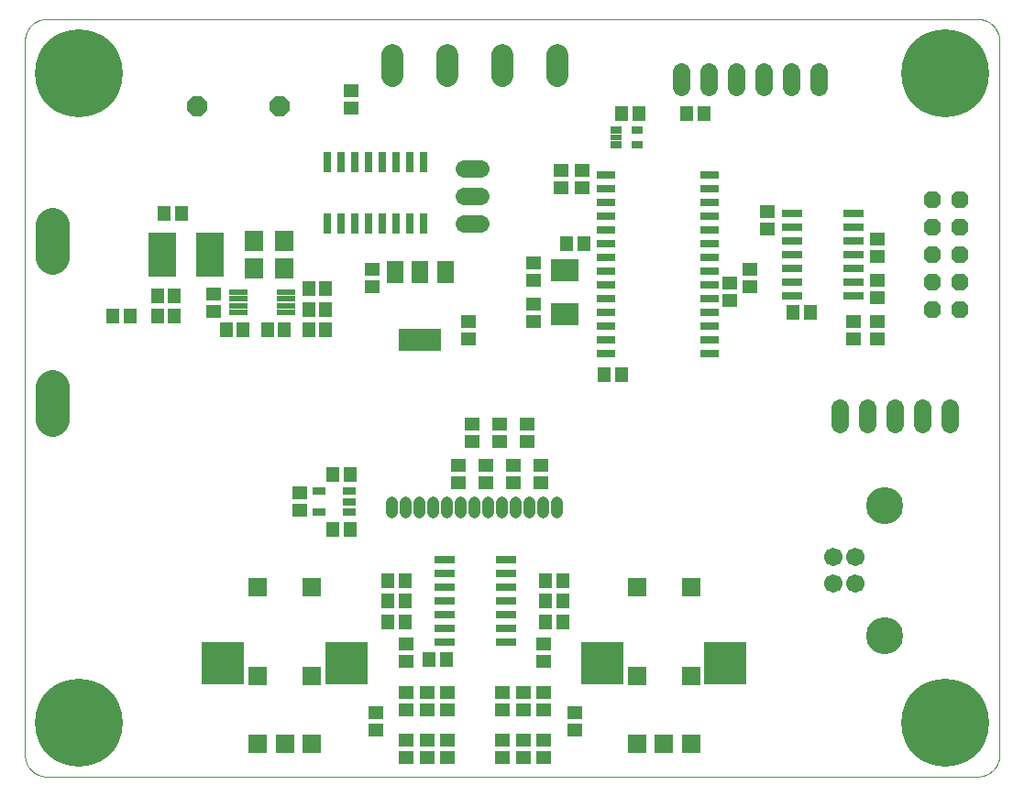
<source format=gts>
G75*
%MOIN*%
%OFA0B0*%
%FSLAX25Y25*%
%IPPOS*%
%LPD*%
%AMOC8*
5,1,8,0,0,1.08239X$1,22.5*
%
%ADD10C,0.00400*%
%ADD11R,0.07093X0.07093*%
%ADD12R,0.15361X0.15361*%
%ADD13R,0.07290X0.03156*%
%ADD14R,0.05518X0.04731*%
%ADD15R,0.04731X0.05518*%
%ADD16C,0.06699*%
%ADD17C,0.13455*%
%ADD18C,0.06306*%
%ADD19R,0.09849X0.07880*%
%ADD20R,0.04731X0.02762*%
%ADD21R,0.07093X0.02959*%
%ADD22C,0.04362*%
%ADD23C,0.12211*%
%ADD24R,0.06306X0.08274*%
%ADD25R,0.15361X0.08274*%
%ADD26OC8,0.06306*%
%ADD27R,0.03156X0.07290*%
%ADD28R,0.03943X0.02762*%
%ADD29R,0.03943X0.01975*%
%ADD30OC8,0.07487*%
%ADD31R,0.06896X0.02172*%
%ADD32R,0.06699X0.07487*%
%ADD33R,0.10243X0.16148*%
%ADD34C,0.08077*%
%ADD35C,0.31896*%
D10*
X0009268Y0087909D02*
X0347850Y0087909D01*
X0348040Y0087911D01*
X0348230Y0087918D01*
X0348420Y0087930D01*
X0348610Y0087946D01*
X0348799Y0087966D01*
X0348988Y0087992D01*
X0349176Y0088021D01*
X0349363Y0088056D01*
X0349549Y0088095D01*
X0349734Y0088138D01*
X0349919Y0088186D01*
X0350102Y0088238D01*
X0350283Y0088294D01*
X0350463Y0088355D01*
X0350642Y0088421D01*
X0350819Y0088490D01*
X0350995Y0088564D01*
X0351168Y0088642D01*
X0351340Y0088725D01*
X0351509Y0088811D01*
X0351677Y0088901D01*
X0351842Y0088996D01*
X0352005Y0089094D01*
X0352165Y0089197D01*
X0352323Y0089303D01*
X0352478Y0089413D01*
X0352631Y0089526D01*
X0352781Y0089644D01*
X0352927Y0089765D01*
X0353071Y0089889D01*
X0353212Y0090017D01*
X0353350Y0090148D01*
X0353485Y0090283D01*
X0353616Y0090421D01*
X0353744Y0090562D01*
X0353868Y0090706D01*
X0353989Y0090852D01*
X0354107Y0091002D01*
X0354220Y0091155D01*
X0354330Y0091310D01*
X0354436Y0091468D01*
X0354539Y0091628D01*
X0354637Y0091791D01*
X0354732Y0091956D01*
X0354822Y0092124D01*
X0354908Y0092293D01*
X0354991Y0092465D01*
X0355069Y0092638D01*
X0355143Y0092814D01*
X0355212Y0092991D01*
X0355278Y0093170D01*
X0355339Y0093350D01*
X0355395Y0093531D01*
X0355447Y0093714D01*
X0355495Y0093899D01*
X0355538Y0094084D01*
X0355577Y0094270D01*
X0355612Y0094457D01*
X0355641Y0094645D01*
X0355667Y0094834D01*
X0355687Y0095023D01*
X0355703Y0095213D01*
X0355715Y0095403D01*
X0355722Y0095593D01*
X0355724Y0095783D01*
X0355724Y0355626D01*
X0355722Y0355816D01*
X0355715Y0356006D01*
X0355703Y0356196D01*
X0355687Y0356386D01*
X0355667Y0356575D01*
X0355641Y0356764D01*
X0355612Y0356952D01*
X0355577Y0357139D01*
X0355538Y0357325D01*
X0355495Y0357510D01*
X0355447Y0357695D01*
X0355395Y0357878D01*
X0355339Y0358059D01*
X0355278Y0358239D01*
X0355212Y0358418D01*
X0355143Y0358595D01*
X0355069Y0358771D01*
X0354991Y0358944D01*
X0354908Y0359116D01*
X0354822Y0359285D01*
X0354732Y0359453D01*
X0354637Y0359618D01*
X0354539Y0359781D01*
X0354436Y0359941D01*
X0354330Y0360099D01*
X0354220Y0360254D01*
X0354107Y0360407D01*
X0353989Y0360557D01*
X0353868Y0360703D01*
X0353744Y0360847D01*
X0353616Y0360988D01*
X0353485Y0361126D01*
X0353350Y0361261D01*
X0353212Y0361392D01*
X0353071Y0361520D01*
X0352927Y0361644D01*
X0352781Y0361765D01*
X0352631Y0361883D01*
X0352478Y0361996D01*
X0352323Y0362106D01*
X0352165Y0362212D01*
X0352005Y0362315D01*
X0351842Y0362413D01*
X0351677Y0362508D01*
X0351509Y0362598D01*
X0351340Y0362684D01*
X0351168Y0362767D01*
X0350995Y0362845D01*
X0350819Y0362919D01*
X0350642Y0362988D01*
X0350463Y0363054D01*
X0350283Y0363115D01*
X0350102Y0363171D01*
X0349919Y0363223D01*
X0349734Y0363271D01*
X0349549Y0363314D01*
X0349363Y0363353D01*
X0349176Y0363388D01*
X0348988Y0363417D01*
X0348799Y0363443D01*
X0348610Y0363463D01*
X0348420Y0363479D01*
X0348230Y0363491D01*
X0348040Y0363498D01*
X0347850Y0363500D01*
X0009268Y0363500D01*
X0009078Y0363498D01*
X0008888Y0363491D01*
X0008698Y0363479D01*
X0008508Y0363463D01*
X0008319Y0363443D01*
X0008130Y0363417D01*
X0007942Y0363388D01*
X0007755Y0363353D01*
X0007569Y0363314D01*
X0007384Y0363271D01*
X0007199Y0363223D01*
X0007016Y0363171D01*
X0006835Y0363115D01*
X0006655Y0363054D01*
X0006476Y0362988D01*
X0006299Y0362919D01*
X0006123Y0362845D01*
X0005950Y0362767D01*
X0005778Y0362684D01*
X0005609Y0362598D01*
X0005441Y0362508D01*
X0005276Y0362413D01*
X0005113Y0362315D01*
X0004953Y0362212D01*
X0004795Y0362106D01*
X0004640Y0361996D01*
X0004487Y0361883D01*
X0004337Y0361765D01*
X0004191Y0361644D01*
X0004047Y0361520D01*
X0003906Y0361392D01*
X0003768Y0361261D01*
X0003633Y0361126D01*
X0003502Y0360988D01*
X0003374Y0360847D01*
X0003250Y0360703D01*
X0003129Y0360557D01*
X0003011Y0360407D01*
X0002898Y0360254D01*
X0002788Y0360099D01*
X0002682Y0359941D01*
X0002579Y0359781D01*
X0002481Y0359618D01*
X0002386Y0359453D01*
X0002296Y0359285D01*
X0002210Y0359116D01*
X0002127Y0358944D01*
X0002049Y0358771D01*
X0001975Y0358595D01*
X0001906Y0358418D01*
X0001840Y0358239D01*
X0001779Y0358059D01*
X0001723Y0357878D01*
X0001671Y0357695D01*
X0001623Y0357510D01*
X0001580Y0357325D01*
X0001541Y0357139D01*
X0001506Y0356952D01*
X0001477Y0356764D01*
X0001451Y0356575D01*
X0001431Y0356386D01*
X0001415Y0356196D01*
X0001403Y0356006D01*
X0001396Y0355816D01*
X0001394Y0355626D01*
X0001394Y0095783D01*
X0001396Y0095593D01*
X0001403Y0095403D01*
X0001415Y0095213D01*
X0001431Y0095023D01*
X0001451Y0094834D01*
X0001477Y0094645D01*
X0001506Y0094457D01*
X0001541Y0094270D01*
X0001580Y0094084D01*
X0001623Y0093899D01*
X0001671Y0093714D01*
X0001723Y0093531D01*
X0001779Y0093350D01*
X0001840Y0093170D01*
X0001906Y0092991D01*
X0001975Y0092814D01*
X0002049Y0092638D01*
X0002127Y0092465D01*
X0002210Y0092293D01*
X0002296Y0092124D01*
X0002386Y0091956D01*
X0002481Y0091791D01*
X0002579Y0091628D01*
X0002682Y0091468D01*
X0002788Y0091310D01*
X0002898Y0091155D01*
X0003011Y0091002D01*
X0003129Y0090852D01*
X0003250Y0090706D01*
X0003374Y0090562D01*
X0003502Y0090421D01*
X0003633Y0090283D01*
X0003768Y0090148D01*
X0003906Y0090017D01*
X0004047Y0089889D01*
X0004191Y0089765D01*
X0004337Y0089644D01*
X0004487Y0089526D01*
X0004640Y0089413D01*
X0004795Y0089303D01*
X0004953Y0089197D01*
X0005113Y0089094D01*
X0005276Y0088996D01*
X0005441Y0088901D01*
X0005609Y0088811D01*
X0005778Y0088725D01*
X0005950Y0088642D01*
X0006123Y0088564D01*
X0006299Y0088490D01*
X0006476Y0088421D01*
X0006655Y0088355D01*
X0006835Y0088294D01*
X0007016Y0088238D01*
X0007199Y0088186D01*
X0007384Y0088138D01*
X0007569Y0088095D01*
X0007755Y0088056D01*
X0007942Y0088021D01*
X0008130Y0087992D01*
X0008319Y0087966D01*
X0008508Y0087946D01*
X0008698Y0087930D01*
X0008888Y0087918D01*
X0009078Y0087911D01*
X0009268Y0087909D01*
D11*
X0086039Y0099720D03*
X0086039Y0099720D03*
X0095882Y0099720D03*
X0095882Y0099720D03*
X0105724Y0099720D03*
X0105724Y0099720D03*
X0105724Y0124327D03*
X0086039Y0124327D03*
X0086039Y0156807D03*
X0105724Y0156807D03*
X0223835Y0156807D03*
X0243520Y0156807D03*
X0243520Y0124327D03*
X0223835Y0124327D03*
X0223835Y0099720D03*
X0223835Y0099720D03*
X0233677Y0099720D03*
X0233677Y0099720D03*
X0243520Y0099720D03*
X0243520Y0099720D03*
D12*
X0256118Y0129248D03*
X0211236Y0129248D03*
X0118323Y0129248D03*
X0073441Y0129248D03*
D13*
X0154022Y0136659D03*
X0154022Y0141659D03*
X0154022Y0146659D03*
X0154022Y0151659D03*
X0154022Y0156659D03*
X0154022Y0161659D03*
X0154022Y0166659D03*
X0176266Y0166659D03*
X0176266Y0161659D03*
X0176266Y0156659D03*
X0176266Y0151659D03*
X0176266Y0146659D03*
X0176266Y0141659D03*
X0176266Y0136659D03*
X0280272Y0262909D03*
X0280272Y0267909D03*
X0280272Y0272909D03*
X0280272Y0277909D03*
X0280272Y0282909D03*
X0280272Y0287909D03*
X0280272Y0292909D03*
X0302516Y0292909D03*
X0302516Y0287909D03*
X0302516Y0282909D03*
X0302516Y0277909D03*
X0302516Y0272909D03*
X0302516Y0267909D03*
X0302516Y0262909D03*
D14*
X0311394Y0262260D03*
X0311394Y0268559D03*
X0311394Y0277260D03*
X0311394Y0283559D03*
X0311394Y0253559D03*
X0311394Y0247260D03*
X0302644Y0247260D03*
X0302644Y0253559D03*
X0265144Y0266010D03*
X0265144Y0272309D03*
X0257644Y0267309D03*
X0257644Y0261010D03*
X0271394Y0287260D03*
X0271394Y0293559D03*
X0203894Y0302260D03*
X0203894Y0308559D03*
X0196394Y0308559D03*
X0196394Y0302260D03*
X0186394Y0274809D03*
X0186394Y0268510D03*
X0186394Y0259809D03*
X0186394Y0253510D03*
X0162644Y0253559D03*
X0162644Y0247260D03*
X0163894Y0216059D03*
X0163894Y0209760D03*
X0168894Y0201059D03*
X0168894Y0194760D03*
X0178894Y0194760D03*
X0178894Y0201059D03*
X0188894Y0201059D03*
X0188894Y0194760D03*
X0183894Y0209760D03*
X0183894Y0216059D03*
X0173894Y0216059D03*
X0173894Y0209760D03*
X0158894Y0201059D03*
X0158894Y0194760D03*
X0101394Y0191059D03*
X0101394Y0184760D03*
X0140144Y0136059D03*
X0140144Y0129760D03*
X0140144Y0118559D03*
X0147644Y0118559D03*
X0147644Y0112260D03*
X0140144Y0112260D03*
X0140144Y0101059D03*
X0140144Y0094760D03*
X0147644Y0094760D03*
X0147644Y0101059D03*
X0155144Y0101059D03*
X0155144Y0094760D03*
X0155144Y0112260D03*
X0155144Y0118559D03*
X0175144Y0118559D03*
X0175144Y0112260D03*
X0182644Y0112260D03*
X0182644Y0118559D03*
X0190144Y0118559D03*
X0190144Y0112260D03*
X0201394Y0111059D03*
X0201394Y0104760D03*
X0190144Y0101059D03*
X0190144Y0094760D03*
X0182644Y0094760D03*
X0182644Y0101059D03*
X0175144Y0101059D03*
X0175144Y0094760D03*
X0190144Y0129760D03*
X0190144Y0136059D03*
X0128894Y0111059D03*
X0128894Y0104760D03*
X0070144Y0257260D03*
X0070144Y0263559D03*
X0127644Y0266010D03*
X0127644Y0272309D03*
X0120144Y0331010D03*
X0120144Y0337309D03*
D15*
X0058293Y0292909D03*
X0051994Y0292909D03*
X0049494Y0262909D03*
X0055793Y0262909D03*
X0055793Y0255409D03*
X0049494Y0255409D03*
X0039543Y0255409D03*
X0033244Y0255409D03*
X0074494Y0250409D03*
X0080793Y0250409D03*
X0089494Y0250409D03*
X0095793Y0250409D03*
X0104494Y0250409D03*
X0110793Y0250409D03*
X0110793Y0257909D03*
X0104494Y0257909D03*
X0104494Y0265409D03*
X0110793Y0265409D03*
X0113244Y0197909D03*
X0119543Y0197909D03*
X0119543Y0177909D03*
X0113244Y0177909D03*
X0133244Y0159159D03*
X0139543Y0159159D03*
X0139543Y0151659D03*
X0133244Y0151659D03*
X0133244Y0144159D03*
X0139543Y0144159D03*
X0148244Y0130409D03*
X0154543Y0130409D03*
X0190744Y0144159D03*
X0197043Y0144159D03*
X0197043Y0151659D03*
X0190744Y0151659D03*
X0190744Y0159159D03*
X0197043Y0159159D03*
X0211994Y0234159D03*
X0218293Y0234159D03*
X0204543Y0281659D03*
X0198244Y0281659D03*
X0218244Y0329159D03*
X0224543Y0329159D03*
X0241994Y0329159D03*
X0248293Y0329159D03*
X0280744Y0256659D03*
X0287043Y0256659D03*
D16*
X0295350Y0167831D03*
X0303224Y0167831D03*
X0303224Y0157988D03*
X0295350Y0157988D03*
D17*
X0313894Y0139209D03*
X0313894Y0186610D03*
D18*
X0317644Y0216207D02*
X0317644Y0222112D01*
X0327644Y0222112D02*
X0327644Y0216207D01*
X0337644Y0216207D02*
X0337644Y0222112D01*
X0307644Y0222112D02*
X0307644Y0216207D01*
X0297644Y0216207D02*
X0297644Y0222112D01*
X0290144Y0338707D02*
X0290144Y0344612D01*
X0280144Y0344612D02*
X0280144Y0338707D01*
X0270144Y0338707D02*
X0270144Y0344612D01*
X0260144Y0344612D02*
X0260144Y0338707D01*
X0250144Y0338707D02*
X0250144Y0344612D01*
X0240144Y0344612D02*
X0240144Y0338707D01*
X0166846Y0309159D02*
X0160941Y0309159D01*
X0160941Y0299159D02*
X0166846Y0299159D01*
X0166846Y0289159D02*
X0160941Y0289159D01*
D19*
X0197644Y0272230D03*
X0197644Y0256089D03*
D20*
X0119406Y0191650D03*
X0119406Y0187909D03*
X0119406Y0184169D03*
X0108382Y0184169D03*
X0108382Y0191650D03*
D21*
X0212575Y0241659D03*
X0212575Y0246659D03*
X0212575Y0251659D03*
X0212575Y0256659D03*
X0212575Y0261659D03*
X0212575Y0266659D03*
X0212575Y0271659D03*
X0212575Y0276659D03*
X0212575Y0281659D03*
X0212575Y0286659D03*
X0212575Y0291659D03*
X0212575Y0296659D03*
X0212575Y0301659D03*
X0212575Y0306659D03*
X0250213Y0306659D03*
X0250213Y0301659D03*
X0250213Y0296659D03*
X0250213Y0291659D03*
X0250213Y0286659D03*
X0250213Y0281659D03*
X0250213Y0276659D03*
X0250213Y0271659D03*
X0250213Y0266659D03*
X0250213Y0261659D03*
X0250213Y0256659D03*
X0250213Y0251659D03*
X0250213Y0246659D03*
X0250213Y0241659D03*
D22*
X0194780Y0187971D02*
X0194780Y0184009D01*
X0189780Y0184009D02*
X0189780Y0187971D01*
X0184780Y0187971D02*
X0184780Y0184009D01*
X0179780Y0184009D02*
X0179780Y0187971D01*
X0174780Y0187971D02*
X0174780Y0184009D01*
X0169780Y0184009D02*
X0169780Y0187971D01*
X0164780Y0187971D02*
X0164780Y0184009D01*
X0159780Y0184009D02*
X0159780Y0187971D01*
X0154780Y0187971D02*
X0154780Y0184009D01*
X0149780Y0184009D02*
X0149780Y0187971D01*
X0144780Y0187971D02*
X0144780Y0184009D01*
X0139780Y0184009D02*
X0139780Y0187971D01*
X0134780Y0187971D02*
X0134780Y0184009D01*
D23*
X0011236Y0217880D02*
X0011236Y0229691D01*
X0011236Y0276935D02*
X0011236Y0288746D01*
D24*
X0136089Y0271561D03*
X0145144Y0271561D03*
X0154199Y0271561D03*
D25*
X0145144Y0246758D03*
D26*
X0331394Y0257909D03*
X0331394Y0267909D03*
X0341394Y0267909D03*
X0341394Y0257909D03*
X0341394Y0277909D03*
X0341394Y0287909D03*
X0331394Y0287909D03*
X0331394Y0277909D03*
X0331394Y0297909D03*
X0341394Y0297909D03*
D27*
X0146394Y0289287D03*
X0141394Y0289287D03*
X0136394Y0289287D03*
X0131394Y0289287D03*
X0126394Y0289287D03*
X0121394Y0289287D03*
X0116394Y0289287D03*
X0111394Y0289287D03*
X0111394Y0311531D03*
X0116394Y0311531D03*
X0121394Y0311531D03*
X0126394Y0311531D03*
X0131394Y0311531D03*
X0136394Y0311531D03*
X0141394Y0311531D03*
X0146394Y0311531D03*
D28*
X0216207Y0317654D03*
X0216207Y0323165D03*
X0224081Y0323165D03*
X0224081Y0317654D03*
D29*
X0216207Y0320409D03*
D30*
X0093894Y0331659D03*
X0063894Y0331659D03*
D31*
X0078982Y0264159D03*
X0078982Y0261659D03*
X0078982Y0259159D03*
X0078982Y0256659D03*
X0096305Y0256659D03*
X0096305Y0259159D03*
X0096305Y0261659D03*
X0096305Y0264159D03*
D32*
X0095656Y0272909D03*
X0095656Y0282909D03*
X0084632Y0282909D03*
X0084632Y0272909D03*
D33*
X0068805Y0277909D03*
X0051482Y0277909D03*
D34*
X0135144Y0342821D02*
X0135144Y0350498D01*
X0155144Y0350498D02*
X0155144Y0342821D01*
X0175144Y0342821D02*
X0175144Y0350498D01*
X0195144Y0350498D02*
X0195144Y0342821D01*
D35*
X0336039Y0343815D03*
X0336039Y0107594D03*
X0021079Y0107594D03*
X0021079Y0343815D03*
M02*

</source>
